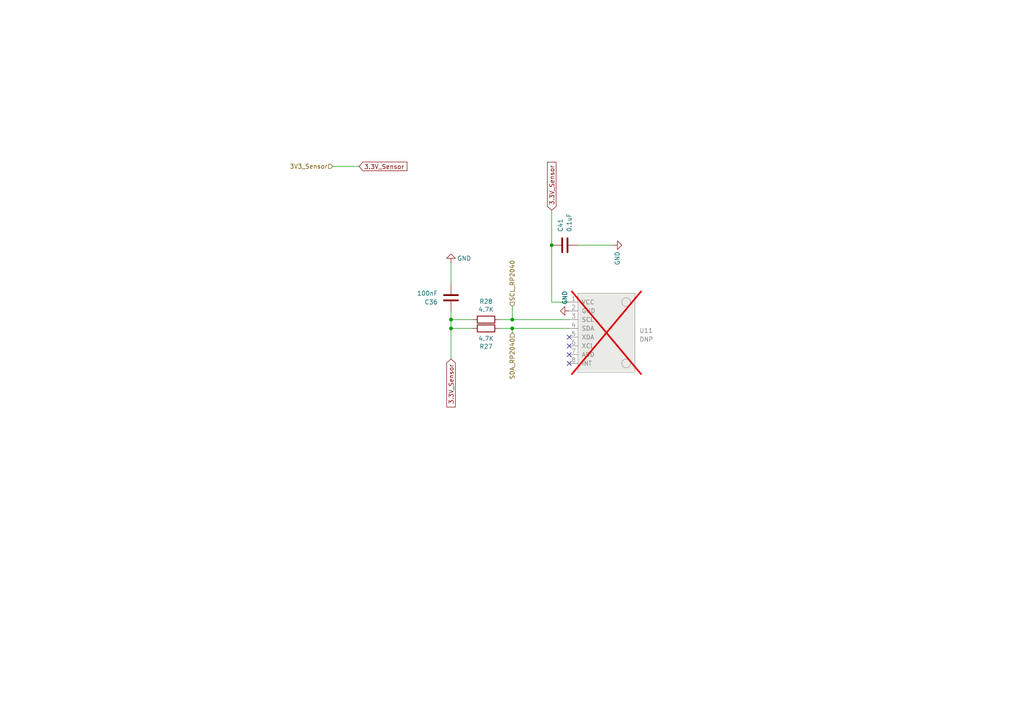
<source format=kicad_sch>
(kicad_sch (version 20231120) (generator "eeschema") (generator_version "8.0")
  (paper "A4")
  (lib_symbols
    (symbol "Device:C" (pin_numbers hide) (pin_names (offset 0.254))
      (property "Reference" "C" (at 0.635 2.54 0))
      (property "Value" "C" (at 0.635 -2.54 0))
      (symbol "C_0_1"
        (polyline (pts (xy -2.032 -0.762) (xy 2.032 -0.762)) (stroke (width 0.508)))
        (polyline (pts (xy -2.032 0.762) (xy 2.032 0.762)) (stroke (width 0.508)))
      )
      (symbol "C_1_1"
        (pin passive line (at 0 3.81 270) (length 2.794) (name "~") (number "1"))
        (pin passive line (at 0 -3.81 90) (length 2.794) (name "~") (number "2"))
      )
    )
    (symbol "Device:R" (pin_numbers hide) (pin_names (offset 0))
      (property "Reference" "R" (at 2.032 0 90))
      (property "Value" "R" (at 0 0 90))
      (symbol "R_0_1"
        (rectangle (start -1.016 -2.54) (end 1.016 2.54) (stroke (width 0.254)))
      )
      (symbol "R_1_1"
        (pin passive line (at 0 3.81 270) (length 1.27) (name "~") (number "1"))
        (pin passive line (at 0 -3.81 90) (length 1.27) (name "~") (number "2"))
      )
    )
    (symbol "Sensor Modules:module_mpu6050" (pin_names (offset 1.016))
      (property "Reference" "U" (at 2.54 21.59 0))
      (property "Value" "module_mpu6050" (at 11.43 -3.81 0))
      (symbol "module_mpu6050_0_1"
        (rectangle (start 2.54 20.32) (end 19.05 -2.54) (fill (type background)))
        (circle (center 16.51 0) (radius 1.27))
        (circle (center 16.51 17.78) (radius 1.27))
      )
      (symbol "module_mpu6050_1_1"
        (pin input line (at 0 17.78 0) (length 2.54) (name "VCC") (number "1"))
        (pin input line (at 0 15.24 0) (length 2.54) (name "GND") (number "2"))
        (pin input line (at 0 12.7 0) (length 2.54) (name "SCL") (number "3"))
        (pin input line (at 0 10.16 0) (length 2.54) (name "SDA") (number "4"))
        (pin input line (at 0 7.62 0) (length 2.54) (name "XDA") (number "5"))
        (pin input line (at 0 5.08 0) (length 2.54) (name "XCL") (number "6"))
        (pin input line (at 0 2.54 0) (length 2.54) (name "ADD") (number "7"))
        (pin input line (at 0 0 0) (length 2.54) (name "INT") (number "8"))
      )
    )
    (symbol "power:GND" (power) (pin_names (offset 0))
      (property "Value" "GND" (at 0 -3.81 0))
      (symbol "GND_0_1"
        (polyline (pts (xy 0 0) (xy 0 -1.27) (xy 1.27 -1.27) (xy 0 -2.54) (xy -1.27 -1.27) (xy 0 -1.27)))
      )
      (symbol "GND_1_1"
        (pin power_in line (at 0 0 270) (length 0) hide (name "GND") (number "1"))
      )
    )
  )
  (junction (at 148.59 92.71))
  (junction (at 148.59 95.25))
  (junction (at 130.81 95.25))
  (junction (at 130.81 92.71))
  (junction (at 160.02 71.12))
  (no_connect (at 165.1 102.87))
  (no_connect (at 165.1 105.41))
  (no_connect (at 165.1 97.79))
  (no_connect (at 165.1 100.33))
  (wire (pts (xy 130.81 104.14) (xy 130.81 95.25)))
  (wire (pts (xy 148.59 96.52) (xy 148.59 95.25)))
  (wire (pts (xy 130.81 92.71) (xy 130.81 90.17)))
  (wire (pts (xy 177.8 71.12) (xy 167.64 71.12)))
  (wire (pts (xy 137.16 92.71) (xy 130.81 92.71)))
  (wire (pts (xy 148.59 92.71) (xy 165.1 92.71)))
  (wire (pts (xy 130.81 82.55) (xy 130.81 76.2)))
  (wire (pts (xy 160.02 87.63) (xy 160.02 71.12)))
  (wire (pts (xy 160.02 71.12) (xy 160.02 60.96)))
  (wire (pts (xy 130.81 95.25) (xy 130.81 92.71)))
  (wire (pts (xy 96.52 48.26) (xy 104.14 48.26)))
  (wire (pts (xy 144.78 92.71) (xy 148.59 92.71)))
  (wire (pts (xy 137.16 95.25) (xy 130.81 95.25)))
  (wire (pts (xy 160.02 87.63) (xy 165.1 87.63)))
  (wire (pts (xy 148.59 95.25) (xy 165.1 95.25)))
  (wire (pts (xy 144.78 95.25) (xy 148.59 95.25)))
  (wire (pts (xy 148.59 92.71) (xy 148.59 88.9)))
  (global_label "3.3V_Sensor" (shape input) (at 160.02 60.96 90) (property "Intersheetrefs" "${INTERSHEET_REFS}" (effects (hide yes))))
  (global_label "3.3V_Sensor" (shape input) (at 104.14 48.26 0) (property "Intersheetrefs" "${INTERSHEET_REFS}" (effects (hide yes))))
  (global_label "3.3V_Sensor" (shape input) (at 130.81 104.14 270) (property "Intersheetrefs" "${INTERSHEET_REFS}" (effects (hide yes))))
  (hierarchical_label "SDA_RP2040" (shape input) (at 148.59 96.52 270))
  (hierarchical_label "SCL_RP2040" (shape input) (at 148.59 88.9 90))
  (hierarchical_label "3V3_Sensor" (shape input) (at 96.52 48.26 180))
  (symbol (lib_id "Device:C") (at 130.81 86.36 180) (unit 1)
    (property "Reference" "C36" (at 127 87.6301 0) (effects (justify left)))
    (property "Value" "100nF" (at 127 85.0901 0) (effects (justify left)))
    (property "Footprint" "Capacitor_SMD:C_0603_1608Metric" (effects (hide yes)))
  )
  (symbol (lib_id "Sensor Modules:module_mpu6050") (at 165.1 105.41 0) (unit 1) (dnp yes)
    (property "Reference" "U11" (at 185.42 95.885 0) (effects (justify left)))
    (property "Value" "DNP" (at 185.42 98.425 0) (effects (justify left)))
    (property "Footprint" "SensorModules:module_mpu6050" (effects (hide yes)))
  )
  (symbol (lib_id "power:GND") (at 165.1 90.17 270) (unit 1)
    (property "Reference" "#PWR032" (effects (hide yes)))
    (property "Value" "GND" (at 163.83 86.36 0))
  )
  (symbol (lib_id "power:GND") (at 130.81 76.2 180) (unit 1)
    (property "Reference" "#PWR0168" (effects (hide yes)))
    (property "Value" "GND" (at 134.62 74.93 0))
  )
  (symbol (lib_id "Device:R") (at 140.97 92.71 270) (unit 1)
    (property "Reference" "R28" (at 140.97 87.4522 90))
    (property "Value" "4.7K" (at 140.97 89.7636 90))
    (property "Footprint" "Resistor_SMD:R_0603_1608Metric" (effects (hide yes)))
  )
  (symbol (lib_id "Device:R") (at 140.97 95.25 90) (unit 1)
    (property "Reference" "R27" (at 140.97 100.5078 90))
    (property "Value" "4.7K" (at 140.97 98.1964 90))
    (property "Footprint" "Resistor_SMD:R_0603_1608Metric" (effects (hide yes)))
  )
  (symbol (lib_id "power:GND") (at 177.8 71.12 90) (unit 1)
    (property "Reference" "#PWR0169" (effects (hide yes)))
    (property "Value" "GND" (at 179.07 74.93 0))
  )
  (symbol (lib_id "Device:C") (at 163.83 71.12 90) (unit 1)
    (property "Reference" "C41" (at 162.5599 67.31 0) (effects (justify left)))
    (property "Value" "0.1uF" (at 165.0999 67.31 0) (effects (justify left)))
    (property "Footprint" "Capacitor_SMD:C_0603_1608Metric" (effects (hide yes)))
  )
)
</source>
